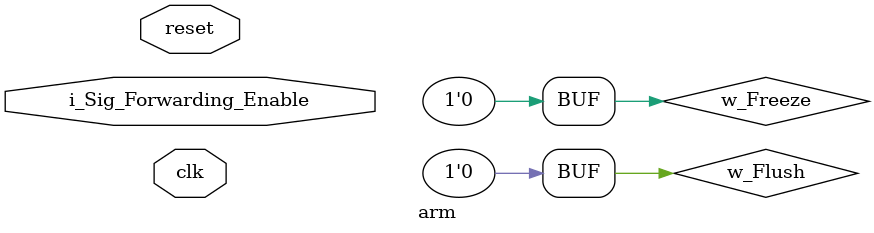
<source format=v>
module arm (
    clk,
    reset,
    i_Sig_Forwarding_Enable
    );

    input clk;
    input reset;
    input i_Sig_Forwarding_Enable;

    wire w_Flush;
    wire w_Freeze;

    wire w_ID_Branch_Taken_Out;
    wire [31:0] w_EXE_Branch_Address_In;
    wire hazard_detected;

    wire[31:0] if_pc_in;
    wire[31:0] if_instruction_in;
    wire[31:0] if_pc_out;
    wire[31:0] if_instruction_out;

    wire[31:0] id_pc_in;
    wire[31:0] id_pc_out;
    wire id_mem_r_en_in; 
    wire id_mem_w_en_in;
    wire id_wb_en_in;
    wire id_status_w_en_in;
    wire id_branch_taken_in;
    wire id_imm_in;
    wire[3:0] id_exec_cmd_in;
    wire[31:0] id_val_rm_in;
    wire[31:0] id_val_rn_in;
    wire[23:0] id_signed_immed_24_in;
    wire[3:0] id_dest_in; 
    wire[11:0] id_shift_operand_in;
    wire id_mem_r_en_out;
    wire id_mem_w_en_out;
    wire id_wb_en_out;
    wire id_status_w_en_out;
    wire id_imm_out;
    wire[3:0] id_exec_cmd_out;
    wire[31:0] id_val_rm_out;
    wire[31:0] id_val_rn_out;
    wire[23:0] id_signed_immed_24_out;
    wire[3:0] id_dest_out;
    wire[11:0] id_shift_operand_out;
    wire id_carry_out;
    wire [3:0] status_out;
    wire wb_wb_en;
    wire [31:0] wb_value;
    wire [3:0] wb_dest;
    wire hazard;
    wire two_src;
    wire [3:0] src_1;
    wire [3:0] src_2;
    wire [3:0] id_src_1_out; 
    wire [3:0] id_src_2_out;

    wire [3:0] exe_dest_out;
    wire exe_mem_w_en_out;
    wire exe_wb_en_out;

    wire[31:0] exe_pc_in;
    wire[31:0] exe_pc_out;
    wire [3:0] exe_alu_status_in;
    wire exe_wb_en_in;
    wire exe_mem_r_en_in;
    wire exe_mem_w_en_in;
    wire [31:0] exe_alu_res_in;
    wire [31:0] exe_val_rm_in;
    wire [3:0] exe_dest_in;
    wire exe_mem_r_en_out;
    wire [31:0] exe_alu_res_out;
    wire [31:0] exe_val_rm_out;
    wire [1:0] fwd_sel_src_1;
    wire [1:0] fwd_sel_src_2;

    wire[31:0] mem_pc_in;
    wire[31:0] mem_pc_out;
    wire mem_wb_en_in;
    wire mem_r_en_in;
    wire [31:0] mem_alu_res_in;
    wire [3:0] mem_dest_in;
    wire [31:0] mem_data_mem_in;
    wire mem_wb_en_out;
    wire mem_r_en_out;
    wire [31:0] mem_alu_res_out;
    wire [3:0] mem_dest_out;
    wire [31:0] mem_data_mem_out;

    wire[31:0] wb_pc_in;

    assign w_Flush       = 1'b0;
    assign w_Freeze      = 1'b0;
    
    // ################################# Instruction Fetch Stage: ###################################
    if_stage IF_Stage (
        .clk(clk), 
        .reset(reset), 
        .i_Freeze(hazard_detected), 
        .i_Branch_Taken(w_ID_Branch_Taken_Out), 
        .i_Branch_Address(w_EXE_Branch_Address_In),
        .o_Pc(if_pc_in), 
        .o_Instruction(if_instruction_in)
    );

    if_stage_reg IF_Stage_Reg (
        .clk(clk), 
        .reset(reset), 
        .i_Flush(w_ID_Branch_Taken_Out), 
        .i_Freeze(hazard_detected),
        .i_Pc(if_pc_in), 
        .i_Instruction(if_instruction_in),
        .o_Pc(if_pc_out), 
        .o_Instruction(if_instruction_out)
    );
    // ################################## Instruction Decode Stage #################################
    id_stage ID_Stage (
        .clk(clk), 
        .reset(reset),
        .i_Pc(if_pc_out),
        .i_Instruction(if_instruction_out),
        .i_Status(status_out),
        .i_Sig_Write_Back(wb_wb_en), 
        .i_Write_Back_Value(wb_value),
        .i_Write_Back_Destination(wb_dest),
        .i_Sig_Hazard(hazard_detected),
        .o_Pc(id_pc_in),
        .o_Sig_Memory_Read_Enable(id_mem_r_en_in), 
        .o_Sig_Memory_Write_Enable(id_mem_w_en_in), 
        .o_Write_Back_Enable(id_wb_en_in), 
        .i_Status_Write_Enable(id_status_w_en_in), 
        .o_Sig_Branch_Taken(id_branch_taken_in), 
        .o_Immediate(id_imm_in),
        .o_Sigs_Control(id_exec_cmd_in),
        .o_Rm_Value(id_val_rm_in), 
        .o_Rn_Value(id_val_rn_in),
        .o_Signed_Immediate_24(id_signed_immed_24_in),
        .o_Destination(id_dest_in),
        .o_Shift_Operand(id_shift_operand_in),
        .o_Two_Src(two_src),
        .o_Rn(src_1), 
        .o_Src_2(src_2)
    );

    id_stage_reg ID_Stage_Reg(
        .clk(clk), 
        .reset(reset), 
        .i_Flush(w_ID_Branch_Taken_Out), 
        .i_Freeze(w_Freeze),
        .i_Pc(id_pc_in), 
        .i_Sig_Memory_Read_Enable( id_mem_r_en_in), 
        .i_Sig_Memory_Write_Enable(id_mem_w_en_in), 
        .i_Sig_Write_Back_Enable(id_wb_en_in), 
        .i_Sig_Status_Write_Enable(id_status_w_en_in), 
        .i_Branch_Taken(id_branch_taken_in), 
        .i_Immediate(id_imm_in),
        .i_Sigs_Control(id_exec_cmd_in),
        .i_Value_Rm(id_val_rm_in), 
        .i_Value_Rn(id_val_rn_in),
        .i_Signed_Immediate_24(id_signed_immed_24_in),
        .i_Destination(id_dest_in),
        .i_Shift_Operand(id_shift_operand_in),
        .i_Carry_In(status_out[2]),
        .i_Src_1(src_1), 
        .i_Src_2(src_2),
        .o_Pc(id_pc_out),
        .o_Sig_Memory_Read_Enable(id_mem_r_en_out), 
        .o_Sig_Memory_Write_Enable(id_mem_w_en_out), 
        .o_Sig_Write_Back_Enable(id_wb_en_out), 
        .o_Sig_Status_Write_Enable(id_status_w_en_out), 
        .o_Branch_Taken(w_ID_Branch_Taken_Out), 
        .o_Immediate(id_imm_out),
        .o_Sigs_Control(id_exec_cmd_out),
        .o_Value_Rm(id_val_rm_out), 
        .o_Value_Rn(id_val_rn_out),
        .o_Signed_Immediate_24(id_signed_immed_24_out),
        .o_Destination(id_dest_out),
        .o_Shift_Operand(id_shift_operand_out),
        .o_Carry(id_carry_out),
        .o_Src_1(id_src_1_out), 
        .o_Src_2(id_src_2_out)
    );
    // ################################### Hazard ################################ 
    hazard_detection_unit Hazard_Detection_Unit(
        .clk(clk), 
        .reset(reset),
        .i_Sig_Memory_Write_Back_Enable(exe_wb_en_out),
        .i_Memory_Destination(exe_dest_out),
        .i_Sig_Exe_Write_Back_Enable(id_wb_en_out),
        .i_Exe_Destination(id_dest_out),
        .i_Src_1(src_1),
        .i_Src_2(src_2),
        .i_Two_Src(two_src),
        .i_Sig_Forward_Enable(i_Sig_Forwarding_Enable), 
        .i_Sig_Exe_Memory_Read_Enable(id_mem_r_en_out),
        .o_Sig_Hazard_Detected(hazard_detected)
    );
    // ################################### Executaion Stage ################################
    exe_stage EXE_Stage (
        .clk(clk), 
        .reset(reset),
        .i_Pc(id_pc_out),
        .i_Sig_Memory_Read_Enable(id_mem_r_en_out), 
        .i_Sig_Memory_Write_Enable(id_mem_w_en_out), 
        .i_Sig_Write_Back_Enable(id_wb_en_out), 
        .i_Immediate(id_imm_out),
        .i_Carry_In(id_carry_out),
        .i_Shift_Operand(id_shift_operand_out),
        .i_Sigs_Control(id_exec_cmd_out),
        .i_Val_Rm(id_val_rm_out), 
        .i_Val_Rn(id_val_rn_out),
        .i_Signed_Immediate_24(id_signed_immed_24_out),
        .i_Destination(id_dest_out),
        .i_Sel_Src_1(fwd_sel_src_1),
        .i_Sel_Src_2(fwd_sel_src_2),
        .i_Memory_Write_Back_Value(exe_alu_res_out),
        .i_Write_Back_Write_Back_Value(wb_value),
        .o_Branch_Address(w_EXE_Branch_Address_In),
        .o_ALU_Status(exe_alu_status_in),
        .o_Pc(exe_pc_in),
        .o_Sig_Write_Back_Enable(exe_wb_en_in), 
        .o_Sig_Memory_Read_Enable(exe_mem_r_en_in), 
        .o_Sig_Memory_Write_Enable(exe_mem_w_en_in),
        .o_ALU_Result(exe_alu_res_in),
        .o_Val_Rm(exe_val_rm_in),
        .o_Destination(exe_dest_in)
    );

    exe_stage_reg EXE_Stage_Reg (
        .clk(clk), 
        .reset(reset), 
        .i_Flush(w_Flush), 
        .i_Freeze(w_Freeze),
        .i_Pc(exe_pc_in), 
        .i_Sig_Write_Back_Enable(exe_wb_en_in),
        .i_Sig_Memory_Read_Enable(exe_mem_r_en_in), 
        .i_Sig_Memory_Write_Enable(exe_mem_w_en_in),
        .i_ALU_Result(exe_alu_res_in),
        .i_Value_Rm(exe_val_rm_in),
        .i_Destination(exe_dest_in),
        .o_Pc(exe_pc_out),
        .o_Sig_Write_Back_Enable(exe_wb_en_out), 
        .o_Sig_Memory_Read_Enable(exe_mem_r_en_out), 
        .o_Sig_Memory_Write_Enable(exe_mem_w_en_out),
        .o_ALU_Result(exe_alu_res_out),
        .o_Value_Rm(exe_val_rm_out),
        .o_Destination(exe_dest_out)
    );
    // ################################# Status Register ############################################
    status_register Status_Register (
        .clk(clk), 
        .reset(reset),
        .i_Memory_Ins(id_status_w_en_out),
        .i_Status(exe_alu_status_in),
        .o_Status(status_out)
    );
    // ################################# Memory Stage ############################################
    mem_stage MEM_Stage (
        .clk(clk), 
        .reset(reset), 
        .i_Pc(exe_pc_out), 
        .i_Sig_Write_Back_Enable(exe_wb_en_out), 
        .i_Sig_Memory_Read_Enable(exe_mem_r_en_out), 
        .i_Sig_Memory_Write_Enable(exe_mem_w_en_out),
        .i_ALU_Result(exe_alu_res_out),
        .i_Value_Rm(exe_val_rm_out),
        .i_Destination(exe_dest_out),
        .o_Pc(mem_pc_in),
        .o_Sig_Write_Back_Enable(mem_wb_en_in),
        .o_Sig_Memory_Read_Enable(mem_r_en_in),
        .o_Memory_Result(mem_alu_res_in),
        .o_Destination(mem_dest_in),
        .o_Data_Memory(mem_data_mem_in)
    );

    mem_stage_reg MEM_Stage_Reg (
        .clk(clk), 
        .reset(reset), 
        .i_Flush(w_Flush), 
        .i_Freeze(w_Freeze),
        .i_Pc(mem_pc_in), 
        .i_Sig_Write_Back_Enable(mem_wb_en_in), 
        .i_Sig_Memory_Read_Enable(mem_r_en_in), 
        .i_ALU_Result(mem_alu_res_in),
        .i_Destination(mem_dest_in),
        .i_Data_Memory(mem_data_mem_in),
        .o_Pc(mem_pc_out),
        .o_Sig_Write_Back_Enable(mem_wb_en_out), 
        .o_Sig_Memory_Read_Enable(mem_r_en_out),
        .o_ALU_Result(mem_alu_res_out),
        .o_Destination(mem_dest_out),
        .o_Data_Memory(mem_data_mem_out)
    );
    // ################################### Write Block Stage #######################################
    wb_stage WB_Stage(
        .clk(clk), 
        .reset(reset),
        .i_Pc(mem_pc_out),
        .i_Sig_Write_Back_Enable(mem_wb_en_out), 
        .i_Sig_Memory_Read_Enable(mem_r_en_out), 
        .i_ALU_Result(mem_alu_res_out),
        .i_Destination(mem_dest_out),
        .i_Data_Memory(mem_data_mem_out),
        .o_Pc(wb_pc_in),
        .o_Sig_Write_Back_Enable(wb_wb_en), 
        .o_Write_Back_Value(wb_value),
        .o_Destination(wb_dest)
    );
    // ################################### Forwarding Unit #######################################
    forwarding_unit Forwarding_Unit (
        .i_Forwarding_Enable(i_Sig_Forwarding_Enable),
        .i_Src_1(id_src_1_out), 
        .i_Src_2(id_src_2_out),
        .i_Write_Back_Destination(wb_dest), 
        .i_Memory_Destination(mem_dest_in),
        .i_Sig_Write_Back_Write_Back_Enable(wb_wb_en), 
        .i_Sig_Memory_Write_Back_Enable(mem_wb_en_in),
        .o_Sel_Src_1(fwd_sel_src_1), 
        .o_Sel_Src_2(fwd_sel_src_2)
    );

endmodule

</source>
